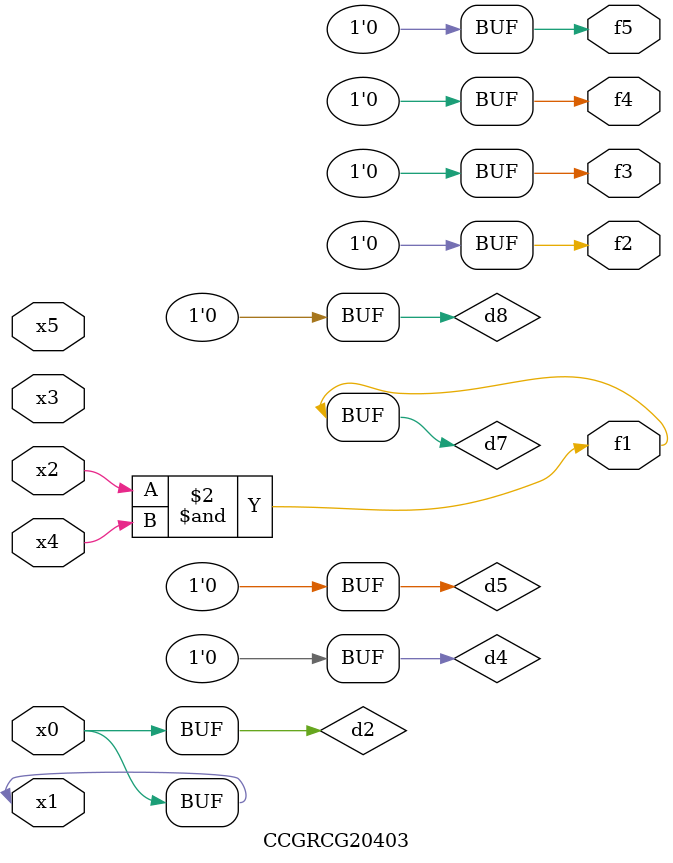
<source format=v>
module CCGRCG20403(
	input x0, x1, x2, x3, x4, x5,
	output f1, f2, f3, f4, f5
);

	wire d1, d2, d3, d4, d5, d6, d7, d8, d9;

	nand (d1, x1);
	buf (d2, x0, x1);
	nand (d3, x2, x4);
	and (d4, d1, d2);
	and (d5, d1, d2);
	nand (d6, d1, d3);
	not (d7, d3);
	xor (d8, d5);
	nor (d9, d5, d6);
	assign f1 = d7;
	assign f2 = d8;
	assign f3 = d8;
	assign f4 = d8;
	assign f5 = d8;
endmodule

</source>
